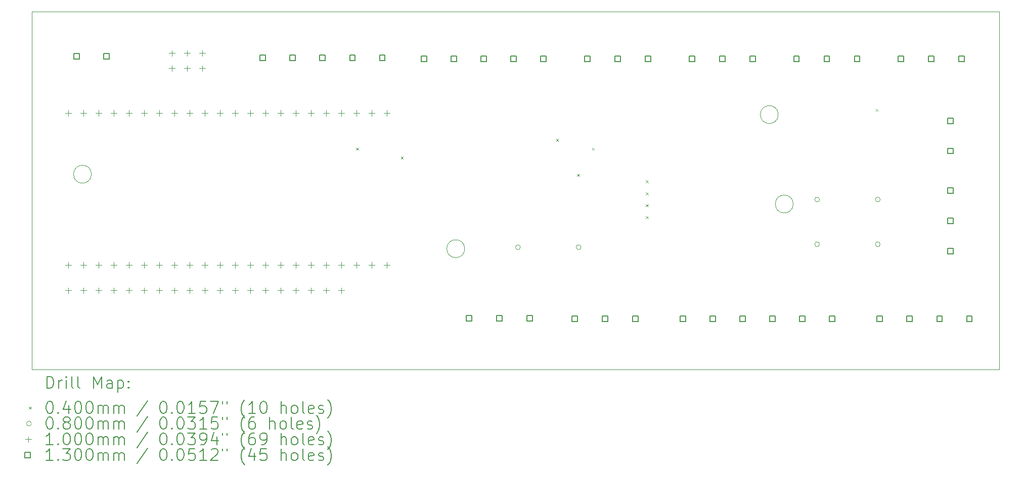
<source format=gbr>
%TF.GenerationSoftware,KiCad,Pcbnew,(6.0.10)*%
%TF.CreationDate,2025-06-24T19:53:20+02:00*%
%TF.ProjectId,esp_shield,6573705f-7368-4696-956c-642e6b696361,1.0*%
%TF.SameCoordinates,Original*%
%TF.FileFunction,Drillmap*%
%TF.FilePolarity,Positive*%
%FSLAX45Y45*%
G04 Gerber Fmt 4.5, Leading zero omitted, Abs format (unit mm)*
G04 Created by KiCad (PCBNEW (6.0.10)) date 2025-06-24 19:53:20*
%MOMM*%
%LPD*%
G01*
G04 APERTURE LIST*
%ADD10C,0.100000*%
%ADD11C,0.200000*%
%ADD12C,0.040000*%
%ADD13C,0.080000*%
%ADD14C,0.130000*%
G04 APERTURE END LIST*
D10*
X15550000Y-10975000D02*
G75*
G03*
X15550000Y-10975000I-150000J0D01*
G01*
X21050000Y-10225000D02*
G75*
G03*
X21050000Y-10225000I-150000J0D01*
G01*
X20800000Y-8725000D02*
G75*
G03*
X20800000Y-8725000I-150000J0D01*
G01*
X9300000Y-9725000D02*
G75*
G03*
X9300000Y-9725000I-150000J0D01*
G01*
X8300000Y-13000000D02*
X14500000Y-13000000D01*
X14500000Y-7000000D02*
X8300000Y-7000000D01*
X14500000Y-7000000D02*
X24500000Y-7000000D01*
X8300000Y-13000000D02*
X8300000Y-7000000D01*
X24500000Y-13000000D02*
X14500000Y-13000000D01*
X24500000Y-7000000D02*
X24500000Y-13000000D01*
D11*
D12*
X13730000Y-9280000D02*
X13770000Y-9320000D01*
X13770000Y-9280000D02*
X13730000Y-9320000D01*
X14480000Y-9430000D02*
X14520000Y-9470000D01*
X14520000Y-9430000D02*
X14480000Y-9470000D01*
X17080000Y-9130000D02*
X17120000Y-9170000D01*
X17120000Y-9130000D02*
X17080000Y-9170000D01*
X17430000Y-9722000D02*
X17470000Y-9762000D01*
X17470000Y-9722000D02*
X17430000Y-9762000D01*
X17680000Y-9280000D02*
X17720000Y-9320000D01*
X17720000Y-9280000D02*
X17680000Y-9320000D01*
X18580000Y-9830000D02*
X18620000Y-9870000D01*
X18620000Y-9830000D02*
X18580000Y-9870000D01*
X18580000Y-10030000D02*
X18620000Y-10070000D01*
X18620000Y-10030000D02*
X18580000Y-10070000D01*
X18580000Y-10230000D02*
X18620000Y-10270000D01*
X18620000Y-10230000D02*
X18580000Y-10270000D01*
X18580000Y-10430000D02*
X18620000Y-10470000D01*
X18620000Y-10430000D02*
X18580000Y-10470000D01*
X22430000Y-8630000D02*
X22470000Y-8670000D01*
X22470000Y-8630000D02*
X22430000Y-8670000D01*
D13*
X16482000Y-10950000D02*
G75*
G03*
X16482000Y-10950000I-40000J0D01*
G01*
X17498000Y-10950000D02*
G75*
G03*
X17498000Y-10950000I-40000J0D01*
G01*
X21490000Y-10150000D02*
G75*
G03*
X21490000Y-10150000I-40000J0D01*
G01*
X21490000Y-10900000D02*
G75*
G03*
X21490000Y-10900000I-40000J0D01*
G01*
X22506000Y-10150000D02*
G75*
G03*
X22506000Y-10150000I-40000J0D01*
G01*
X22506000Y-10900000D02*
G75*
G03*
X22506000Y-10900000I-40000J0D01*
G01*
D10*
X8913000Y-11200000D02*
X8913000Y-11300000D01*
X8863000Y-11250000D02*
X8963000Y-11250000D01*
X8914000Y-8650000D02*
X8914000Y-8750000D01*
X8864000Y-8700000D02*
X8964000Y-8700000D01*
X8915000Y-11625000D02*
X8915000Y-11725000D01*
X8865000Y-11675000D02*
X8965000Y-11675000D01*
X9167000Y-11200000D02*
X9167000Y-11300000D01*
X9117000Y-11250000D02*
X9217000Y-11250000D01*
X9168000Y-8650000D02*
X9168000Y-8750000D01*
X9118000Y-8700000D02*
X9218000Y-8700000D01*
X9169000Y-11625000D02*
X9169000Y-11725000D01*
X9119000Y-11675000D02*
X9219000Y-11675000D01*
X9421000Y-11200000D02*
X9421000Y-11300000D01*
X9371000Y-11250000D02*
X9471000Y-11250000D01*
X9422000Y-8650000D02*
X9422000Y-8750000D01*
X9372000Y-8700000D02*
X9472000Y-8700000D01*
X9423000Y-11625000D02*
X9423000Y-11725000D01*
X9373000Y-11675000D02*
X9473000Y-11675000D01*
X9675000Y-11200000D02*
X9675000Y-11300000D01*
X9625000Y-11250000D02*
X9725000Y-11250000D01*
X9676000Y-8650000D02*
X9676000Y-8750000D01*
X9626000Y-8700000D02*
X9726000Y-8700000D01*
X9677000Y-11625000D02*
X9677000Y-11725000D01*
X9627000Y-11675000D02*
X9727000Y-11675000D01*
X9929000Y-11200000D02*
X9929000Y-11300000D01*
X9879000Y-11250000D02*
X9979000Y-11250000D01*
X9930000Y-8650000D02*
X9930000Y-8750000D01*
X9880000Y-8700000D02*
X9980000Y-8700000D01*
X9931000Y-11625000D02*
X9931000Y-11725000D01*
X9881000Y-11675000D02*
X9981000Y-11675000D01*
X10183000Y-11200000D02*
X10183000Y-11300000D01*
X10133000Y-11250000D02*
X10233000Y-11250000D01*
X10184000Y-8650000D02*
X10184000Y-8750000D01*
X10134000Y-8700000D02*
X10234000Y-8700000D01*
X10185000Y-11625000D02*
X10185000Y-11725000D01*
X10135000Y-11675000D02*
X10235000Y-11675000D01*
X10437000Y-11200000D02*
X10437000Y-11300000D01*
X10387000Y-11250000D02*
X10487000Y-11250000D01*
X10438000Y-8650000D02*
X10438000Y-8750000D01*
X10388000Y-8700000D02*
X10488000Y-8700000D01*
X10439000Y-11625000D02*
X10439000Y-11725000D01*
X10389000Y-11675000D02*
X10489000Y-11675000D01*
X10650000Y-7646000D02*
X10650000Y-7746000D01*
X10600000Y-7696000D02*
X10700000Y-7696000D01*
X10650000Y-7900000D02*
X10650000Y-8000000D01*
X10600000Y-7950000D02*
X10700000Y-7950000D01*
X10691000Y-11200000D02*
X10691000Y-11300000D01*
X10641000Y-11250000D02*
X10741000Y-11250000D01*
X10692000Y-8650000D02*
X10692000Y-8750000D01*
X10642000Y-8700000D02*
X10742000Y-8700000D01*
X10693000Y-11625000D02*
X10693000Y-11725000D01*
X10643000Y-11675000D02*
X10743000Y-11675000D01*
X10904000Y-7646000D02*
X10904000Y-7746000D01*
X10854000Y-7696000D02*
X10954000Y-7696000D01*
X10904000Y-7900000D02*
X10904000Y-8000000D01*
X10854000Y-7950000D02*
X10954000Y-7950000D01*
X10945000Y-11200000D02*
X10945000Y-11300000D01*
X10895000Y-11250000D02*
X10995000Y-11250000D01*
X10946000Y-8650000D02*
X10946000Y-8750000D01*
X10896000Y-8700000D02*
X10996000Y-8700000D01*
X10947000Y-11625000D02*
X10947000Y-11725000D01*
X10897000Y-11675000D02*
X10997000Y-11675000D01*
X11158000Y-7646000D02*
X11158000Y-7746000D01*
X11108000Y-7696000D02*
X11208000Y-7696000D01*
X11158000Y-7900000D02*
X11158000Y-8000000D01*
X11108000Y-7950000D02*
X11208000Y-7950000D01*
X11199000Y-11200000D02*
X11199000Y-11300000D01*
X11149000Y-11250000D02*
X11249000Y-11250000D01*
X11200000Y-8650000D02*
X11200000Y-8750000D01*
X11150000Y-8700000D02*
X11250000Y-8700000D01*
X11201000Y-11625000D02*
X11201000Y-11725000D01*
X11151000Y-11675000D02*
X11251000Y-11675000D01*
X11453000Y-11200000D02*
X11453000Y-11300000D01*
X11403000Y-11250000D02*
X11503000Y-11250000D01*
X11454000Y-8650000D02*
X11454000Y-8750000D01*
X11404000Y-8700000D02*
X11504000Y-8700000D01*
X11455000Y-11625000D02*
X11455000Y-11725000D01*
X11405000Y-11675000D02*
X11505000Y-11675000D01*
X11707000Y-11200000D02*
X11707000Y-11300000D01*
X11657000Y-11250000D02*
X11757000Y-11250000D01*
X11708000Y-8650000D02*
X11708000Y-8750000D01*
X11658000Y-8700000D02*
X11758000Y-8700000D01*
X11709000Y-11625000D02*
X11709000Y-11725000D01*
X11659000Y-11675000D02*
X11759000Y-11675000D01*
X11961000Y-11200000D02*
X11961000Y-11300000D01*
X11911000Y-11250000D02*
X12011000Y-11250000D01*
X11962000Y-8650000D02*
X11962000Y-8750000D01*
X11912000Y-8700000D02*
X12012000Y-8700000D01*
X11963000Y-11625000D02*
X11963000Y-11725000D01*
X11913000Y-11675000D02*
X12013000Y-11675000D01*
X12215000Y-11200000D02*
X12215000Y-11300000D01*
X12165000Y-11250000D02*
X12265000Y-11250000D01*
X12216000Y-8650000D02*
X12216000Y-8750000D01*
X12166000Y-8700000D02*
X12266000Y-8700000D01*
X12217000Y-11625000D02*
X12217000Y-11725000D01*
X12167000Y-11675000D02*
X12267000Y-11675000D01*
X12469000Y-11200000D02*
X12469000Y-11300000D01*
X12419000Y-11250000D02*
X12519000Y-11250000D01*
X12470000Y-8650000D02*
X12470000Y-8750000D01*
X12420000Y-8700000D02*
X12520000Y-8700000D01*
X12471000Y-11625000D02*
X12471000Y-11725000D01*
X12421000Y-11675000D02*
X12521000Y-11675000D01*
X12723000Y-11200000D02*
X12723000Y-11300000D01*
X12673000Y-11250000D02*
X12773000Y-11250000D01*
X12724000Y-8650000D02*
X12724000Y-8750000D01*
X12674000Y-8700000D02*
X12774000Y-8700000D01*
X12725000Y-11625000D02*
X12725000Y-11725000D01*
X12675000Y-11675000D02*
X12775000Y-11675000D01*
X12977000Y-11200000D02*
X12977000Y-11300000D01*
X12927000Y-11250000D02*
X13027000Y-11250000D01*
X12978000Y-8650000D02*
X12978000Y-8750000D01*
X12928000Y-8700000D02*
X13028000Y-8700000D01*
X12979000Y-11625000D02*
X12979000Y-11725000D01*
X12929000Y-11675000D02*
X13029000Y-11675000D01*
X13231000Y-11200000D02*
X13231000Y-11300000D01*
X13181000Y-11250000D02*
X13281000Y-11250000D01*
X13232000Y-8650000D02*
X13232000Y-8750000D01*
X13182000Y-8700000D02*
X13282000Y-8700000D01*
X13233000Y-11625000D02*
X13233000Y-11725000D01*
X13183000Y-11675000D02*
X13283000Y-11675000D01*
X13485000Y-11200000D02*
X13485000Y-11300000D01*
X13435000Y-11250000D02*
X13535000Y-11250000D01*
X13486000Y-8650000D02*
X13486000Y-8750000D01*
X13436000Y-8700000D02*
X13536000Y-8700000D01*
X13487000Y-11625000D02*
X13487000Y-11725000D01*
X13437000Y-11675000D02*
X13537000Y-11675000D01*
X13739000Y-11200000D02*
X13739000Y-11300000D01*
X13689000Y-11250000D02*
X13789000Y-11250000D01*
X13740000Y-8650000D02*
X13740000Y-8750000D01*
X13690000Y-8700000D02*
X13790000Y-8700000D01*
X13993000Y-11200000D02*
X13993000Y-11300000D01*
X13943000Y-11250000D02*
X14043000Y-11250000D01*
X13994000Y-8650000D02*
X13994000Y-8750000D01*
X13944000Y-8700000D02*
X14044000Y-8700000D01*
X14247000Y-11200000D02*
X14247000Y-11300000D01*
X14197000Y-11250000D02*
X14297000Y-11250000D01*
X14248000Y-8650000D02*
X14248000Y-8750000D01*
X14198000Y-8700000D02*
X14298000Y-8700000D01*
D14*
X9095962Y-7795962D02*
X9095962Y-7704038D01*
X9004038Y-7704038D01*
X9004038Y-7795962D01*
X9095962Y-7795962D01*
X9595962Y-7795962D02*
X9595962Y-7704038D01*
X9504038Y-7704038D01*
X9504038Y-7795962D01*
X9595962Y-7795962D01*
X12216062Y-7815462D02*
X12216062Y-7723538D01*
X12124138Y-7723538D01*
X12124138Y-7815462D01*
X12216062Y-7815462D01*
X12716062Y-7815462D02*
X12716062Y-7723538D01*
X12624138Y-7723538D01*
X12624138Y-7815462D01*
X12716062Y-7815462D01*
X13216062Y-7815462D02*
X13216062Y-7723538D01*
X13124138Y-7723538D01*
X13124138Y-7815462D01*
X13216062Y-7815462D01*
X13716062Y-7815462D02*
X13716062Y-7723538D01*
X13624138Y-7723538D01*
X13624138Y-7815462D01*
X13716062Y-7815462D01*
X14216062Y-7815462D02*
X14216062Y-7723538D01*
X14124138Y-7723538D01*
X14124138Y-7815462D01*
X14216062Y-7815462D01*
X14916062Y-7832562D02*
X14916062Y-7740638D01*
X14824138Y-7740638D01*
X14824138Y-7832562D01*
X14916062Y-7832562D01*
X15416062Y-7832562D02*
X15416062Y-7740638D01*
X15324138Y-7740638D01*
X15324138Y-7832562D01*
X15416062Y-7832562D01*
X15668262Y-12188662D02*
X15668262Y-12096738D01*
X15576338Y-12096738D01*
X15576338Y-12188662D01*
X15668262Y-12188662D01*
X15916062Y-7832562D02*
X15916062Y-7740638D01*
X15824138Y-7740638D01*
X15824138Y-7832562D01*
X15916062Y-7832562D01*
X16176262Y-12188662D02*
X16176262Y-12096738D01*
X16084338Y-12096738D01*
X16084338Y-12188662D01*
X16176262Y-12188662D01*
X16416062Y-7832562D02*
X16416062Y-7740638D01*
X16324138Y-7740638D01*
X16324138Y-7832562D01*
X16416062Y-7832562D01*
X16684262Y-12188662D02*
X16684262Y-12096738D01*
X16592338Y-12096738D01*
X16592338Y-12188662D01*
X16684262Y-12188662D01*
X16916062Y-7832562D02*
X16916062Y-7740638D01*
X16824138Y-7740638D01*
X16824138Y-7832562D01*
X16916062Y-7832562D01*
X17437462Y-12195962D02*
X17437462Y-12104038D01*
X17345538Y-12104038D01*
X17345538Y-12195962D01*
X17437462Y-12195962D01*
X17650062Y-7834962D02*
X17650062Y-7743038D01*
X17558138Y-7743038D01*
X17558138Y-7834962D01*
X17650062Y-7834962D01*
X17945462Y-12195962D02*
X17945462Y-12104038D01*
X17853538Y-12104038D01*
X17853538Y-12195962D01*
X17945462Y-12195962D01*
X18158062Y-7834962D02*
X18158062Y-7743038D01*
X18066138Y-7743038D01*
X18066138Y-7834962D01*
X18158062Y-7834962D01*
X18453462Y-12195962D02*
X18453462Y-12104038D01*
X18361538Y-12104038D01*
X18361538Y-12195962D01*
X18453462Y-12195962D01*
X18666062Y-7834962D02*
X18666062Y-7743038D01*
X18574138Y-7743038D01*
X18574138Y-7834962D01*
X18666062Y-7834962D01*
X19245962Y-12195962D02*
X19245962Y-12104038D01*
X19154038Y-12104038D01*
X19154038Y-12195962D01*
X19245962Y-12195962D01*
X19400062Y-7834962D02*
X19400062Y-7743038D01*
X19308138Y-7743038D01*
X19308138Y-7834962D01*
X19400062Y-7834962D01*
X19745962Y-12195962D02*
X19745962Y-12104038D01*
X19654038Y-12104038D01*
X19654038Y-12195962D01*
X19745962Y-12195962D01*
X19908062Y-7834962D02*
X19908062Y-7743038D01*
X19816138Y-7743038D01*
X19816138Y-7834962D01*
X19908062Y-7834962D01*
X20245962Y-12195962D02*
X20245962Y-12104038D01*
X20154038Y-12104038D01*
X20154038Y-12195962D01*
X20245962Y-12195962D01*
X20416062Y-7834962D02*
X20416062Y-7743038D01*
X20324138Y-7743038D01*
X20324138Y-7834962D01*
X20416062Y-7834962D01*
X20745962Y-12195962D02*
X20745962Y-12104038D01*
X20654038Y-12104038D01*
X20654038Y-12195962D01*
X20745962Y-12195962D01*
X21150062Y-7834962D02*
X21150062Y-7743038D01*
X21058138Y-7743038D01*
X21058138Y-7834962D01*
X21150062Y-7834962D01*
X21245962Y-12195962D02*
X21245962Y-12104038D01*
X21154038Y-12104038D01*
X21154038Y-12195962D01*
X21245962Y-12195962D01*
X21658062Y-7834962D02*
X21658062Y-7743038D01*
X21566138Y-7743038D01*
X21566138Y-7834962D01*
X21658062Y-7834962D01*
X21745962Y-12195962D02*
X21745962Y-12104038D01*
X21654038Y-12104038D01*
X21654038Y-12195962D01*
X21745962Y-12195962D01*
X22166062Y-7834962D02*
X22166062Y-7743038D01*
X22074138Y-7743038D01*
X22074138Y-7834962D01*
X22166062Y-7834962D01*
X22545962Y-12195962D02*
X22545962Y-12104038D01*
X22454038Y-12104038D01*
X22454038Y-12195962D01*
X22545962Y-12195962D01*
X22900062Y-7834962D02*
X22900062Y-7743038D01*
X22808138Y-7743038D01*
X22808138Y-7834962D01*
X22900062Y-7834962D01*
X23045962Y-12195962D02*
X23045962Y-12104038D01*
X22954038Y-12104038D01*
X22954038Y-12195962D01*
X23045962Y-12195962D01*
X23408062Y-7834962D02*
X23408062Y-7743038D01*
X23316138Y-7743038D01*
X23316138Y-7834962D01*
X23408062Y-7834962D01*
X23545962Y-12195962D02*
X23545962Y-12104038D01*
X23454038Y-12104038D01*
X23454038Y-12195962D01*
X23545962Y-12195962D01*
X23727662Y-8880112D02*
X23727662Y-8788188D01*
X23635738Y-8788188D01*
X23635738Y-8880112D01*
X23727662Y-8880112D01*
X23727662Y-9380112D02*
X23727662Y-9288188D01*
X23635738Y-9288188D01*
X23635738Y-9380112D01*
X23727662Y-9380112D01*
X23727662Y-10048262D02*
X23727662Y-9956338D01*
X23635738Y-9956338D01*
X23635738Y-10048262D01*
X23727662Y-10048262D01*
X23727662Y-10556262D02*
X23727662Y-10464338D01*
X23635738Y-10464338D01*
X23635738Y-10556262D01*
X23727662Y-10556262D01*
X23727662Y-11064262D02*
X23727662Y-10972338D01*
X23635738Y-10972338D01*
X23635738Y-11064262D01*
X23727662Y-11064262D01*
X23916062Y-7834962D02*
X23916062Y-7743038D01*
X23824138Y-7743038D01*
X23824138Y-7834962D01*
X23916062Y-7834962D01*
X24045962Y-12195962D02*
X24045962Y-12104038D01*
X23954038Y-12104038D01*
X23954038Y-12195962D01*
X24045962Y-12195962D01*
D11*
X8552619Y-13315476D02*
X8552619Y-13115476D01*
X8600238Y-13115476D01*
X8628810Y-13125000D01*
X8647857Y-13144048D01*
X8657381Y-13163095D01*
X8666905Y-13201190D01*
X8666905Y-13229762D01*
X8657381Y-13267857D01*
X8647857Y-13286905D01*
X8628810Y-13305952D01*
X8600238Y-13315476D01*
X8552619Y-13315476D01*
X8752619Y-13315476D02*
X8752619Y-13182143D01*
X8752619Y-13220238D02*
X8762143Y-13201190D01*
X8771667Y-13191667D01*
X8790714Y-13182143D01*
X8809762Y-13182143D01*
X8876429Y-13315476D02*
X8876429Y-13182143D01*
X8876429Y-13115476D02*
X8866905Y-13125000D01*
X8876429Y-13134524D01*
X8885952Y-13125000D01*
X8876429Y-13115476D01*
X8876429Y-13134524D01*
X9000238Y-13315476D02*
X8981190Y-13305952D01*
X8971667Y-13286905D01*
X8971667Y-13115476D01*
X9105000Y-13315476D02*
X9085952Y-13305952D01*
X9076429Y-13286905D01*
X9076429Y-13115476D01*
X9333571Y-13315476D02*
X9333571Y-13115476D01*
X9400238Y-13258333D01*
X9466905Y-13115476D01*
X9466905Y-13315476D01*
X9647857Y-13315476D02*
X9647857Y-13210714D01*
X9638333Y-13191667D01*
X9619286Y-13182143D01*
X9581190Y-13182143D01*
X9562143Y-13191667D01*
X9647857Y-13305952D02*
X9628810Y-13315476D01*
X9581190Y-13315476D01*
X9562143Y-13305952D01*
X9552619Y-13286905D01*
X9552619Y-13267857D01*
X9562143Y-13248809D01*
X9581190Y-13239286D01*
X9628810Y-13239286D01*
X9647857Y-13229762D01*
X9743095Y-13182143D02*
X9743095Y-13382143D01*
X9743095Y-13191667D02*
X9762143Y-13182143D01*
X9800238Y-13182143D01*
X9819286Y-13191667D01*
X9828810Y-13201190D01*
X9838333Y-13220238D01*
X9838333Y-13277381D01*
X9828810Y-13296428D01*
X9819286Y-13305952D01*
X9800238Y-13315476D01*
X9762143Y-13315476D01*
X9743095Y-13305952D01*
X9924048Y-13296428D02*
X9933571Y-13305952D01*
X9924048Y-13315476D01*
X9914524Y-13305952D01*
X9924048Y-13296428D01*
X9924048Y-13315476D01*
X9924048Y-13191667D02*
X9933571Y-13201190D01*
X9924048Y-13210714D01*
X9914524Y-13201190D01*
X9924048Y-13191667D01*
X9924048Y-13210714D01*
D12*
X8255000Y-13625000D02*
X8295000Y-13665000D01*
X8295000Y-13625000D02*
X8255000Y-13665000D01*
D11*
X8590714Y-13535476D02*
X8609762Y-13535476D01*
X8628810Y-13545000D01*
X8638333Y-13554524D01*
X8647857Y-13573571D01*
X8657381Y-13611667D01*
X8657381Y-13659286D01*
X8647857Y-13697381D01*
X8638333Y-13716428D01*
X8628810Y-13725952D01*
X8609762Y-13735476D01*
X8590714Y-13735476D01*
X8571667Y-13725952D01*
X8562143Y-13716428D01*
X8552619Y-13697381D01*
X8543095Y-13659286D01*
X8543095Y-13611667D01*
X8552619Y-13573571D01*
X8562143Y-13554524D01*
X8571667Y-13545000D01*
X8590714Y-13535476D01*
X8743095Y-13716428D02*
X8752619Y-13725952D01*
X8743095Y-13735476D01*
X8733571Y-13725952D01*
X8743095Y-13716428D01*
X8743095Y-13735476D01*
X8924048Y-13602143D02*
X8924048Y-13735476D01*
X8876429Y-13525952D02*
X8828810Y-13668809D01*
X8952619Y-13668809D01*
X9066905Y-13535476D02*
X9085952Y-13535476D01*
X9105000Y-13545000D01*
X9114524Y-13554524D01*
X9124048Y-13573571D01*
X9133571Y-13611667D01*
X9133571Y-13659286D01*
X9124048Y-13697381D01*
X9114524Y-13716428D01*
X9105000Y-13725952D01*
X9085952Y-13735476D01*
X9066905Y-13735476D01*
X9047857Y-13725952D01*
X9038333Y-13716428D01*
X9028810Y-13697381D01*
X9019286Y-13659286D01*
X9019286Y-13611667D01*
X9028810Y-13573571D01*
X9038333Y-13554524D01*
X9047857Y-13545000D01*
X9066905Y-13535476D01*
X9257381Y-13535476D02*
X9276429Y-13535476D01*
X9295476Y-13545000D01*
X9305000Y-13554524D01*
X9314524Y-13573571D01*
X9324048Y-13611667D01*
X9324048Y-13659286D01*
X9314524Y-13697381D01*
X9305000Y-13716428D01*
X9295476Y-13725952D01*
X9276429Y-13735476D01*
X9257381Y-13735476D01*
X9238333Y-13725952D01*
X9228810Y-13716428D01*
X9219286Y-13697381D01*
X9209762Y-13659286D01*
X9209762Y-13611667D01*
X9219286Y-13573571D01*
X9228810Y-13554524D01*
X9238333Y-13545000D01*
X9257381Y-13535476D01*
X9409762Y-13735476D02*
X9409762Y-13602143D01*
X9409762Y-13621190D02*
X9419286Y-13611667D01*
X9438333Y-13602143D01*
X9466905Y-13602143D01*
X9485952Y-13611667D01*
X9495476Y-13630714D01*
X9495476Y-13735476D01*
X9495476Y-13630714D02*
X9505000Y-13611667D01*
X9524048Y-13602143D01*
X9552619Y-13602143D01*
X9571667Y-13611667D01*
X9581190Y-13630714D01*
X9581190Y-13735476D01*
X9676429Y-13735476D02*
X9676429Y-13602143D01*
X9676429Y-13621190D02*
X9685952Y-13611667D01*
X9705000Y-13602143D01*
X9733571Y-13602143D01*
X9752619Y-13611667D01*
X9762143Y-13630714D01*
X9762143Y-13735476D01*
X9762143Y-13630714D02*
X9771667Y-13611667D01*
X9790714Y-13602143D01*
X9819286Y-13602143D01*
X9838333Y-13611667D01*
X9847857Y-13630714D01*
X9847857Y-13735476D01*
X10238333Y-13525952D02*
X10066905Y-13783095D01*
X10495476Y-13535476D02*
X10514524Y-13535476D01*
X10533571Y-13545000D01*
X10543095Y-13554524D01*
X10552619Y-13573571D01*
X10562143Y-13611667D01*
X10562143Y-13659286D01*
X10552619Y-13697381D01*
X10543095Y-13716428D01*
X10533571Y-13725952D01*
X10514524Y-13735476D01*
X10495476Y-13735476D01*
X10476429Y-13725952D01*
X10466905Y-13716428D01*
X10457381Y-13697381D01*
X10447857Y-13659286D01*
X10447857Y-13611667D01*
X10457381Y-13573571D01*
X10466905Y-13554524D01*
X10476429Y-13545000D01*
X10495476Y-13535476D01*
X10647857Y-13716428D02*
X10657381Y-13725952D01*
X10647857Y-13735476D01*
X10638333Y-13725952D01*
X10647857Y-13716428D01*
X10647857Y-13735476D01*
X10781190Y-13535476D02*
X10800238Y-13535476D01*
X10819286Y-13545000D01*
X10828810Y-13554524D01*
X10838333Y-13573571D01*
X10847857Y-13611667D01*
X10847857Y-13659286D01*
X10838333Y-13697381D01*
X10828810Y-13716428D01*
X10819286Y-13725952D01*
X10800238Y-13735476D01*
X10781190Y-13735476D01*
X10762143Y-13725952D01*
X10752619Y-13716428D01*
X10743095Y-13697381D01*
X10733571Y-13659286D01*
X10733571Y-13611667D01*
X10743095Y-13573571D01*
X10752619Y-13554524D01*
X10762143Y-13545000D01*
X10781190Y-13535476D01*
X11038333Y-13735476D02*
X10924048Y-13735476D01*
X10981190Y-13735476D02*
X10981190Y-13535476D01*
X10962143Y-13564048D01*
X10943095Y-13583095D01*
X10924048Y-13592619D01*
X11219286Y-13535476D02*
X11124048Y-13535476D01*
X11114524Y-13630714D01*
X11124048Y-13621190D01*
X11143095Y-13611667D01*
X11190714Y-13611667D01*
X11209762Y-13621190D01*
X11219286Y-13630714D01*
X11228809Y-13649762D01*
X11228809Y-13697381D01*
X11219286Y-13716428D01*
X11209762Y-13725952D01*
X11190714Y-13735476D01*
X11143095Y-13735476D01*
X11124048Y-13725952D01*
X11114524Y-13716428D01*
X11295476Y-13535476D02*
X11428809Y-13535476D01*
X11343095Y-13735476D01*
X11495476Y-13535476D02*
X11495476Y-13573571D01*
X11571667Y-13535476D02*
X11571667Y-13573571D01*
X11866905Y-13811667D02*
X11857381Y-13802143D01*
X11838333Y-13773571D01*
X11828809Y-13754524D01*
X11819286Y-13725952D01*
X11809762Y-13678333D01*
X11809762Y-13640238D01*
X11819286Y-13592619D01*
X11828809Y-13564048D01*
X11838333Y-13545000D01*
X11857381Y-13516428D01*
X11866905Y-13506905D01*
X12047857Y-13735476D02*
X11933571Y-13735476D01*
X11990714Y-13735476D02*
X11990714Y-13535476D01*
X11971667Y-13564048D01*
X11952619Y-13583095D01*
X11933571Y-13592619D01*
X12171667Y-13535476D02*
X12190714Y-13535476D01*
X12209762Y-13545000D01*
X12219286Y-13554524D01*
X12228809Y-13573571D01*
X12238333Y-13611667D01*
X12238333Y-13659286D01*
X12228809Y-13697381D01*
X12219286Y-13716428D01*
X12209762Y-13725952D01*
X12190714Y-13735476D01*
X12171667Y-13735476D01*
X12152619Y-13725952D01*
X12143095Y-13716428D01*
X12133571Y-13697381D01*
X12124048Y-13659286D01*
X12124048Y-13611667D01*
X12133571Y-13573571D01*
X12143095Y-13554524D01*
X12152619Y-13545000D01*
X12171667Y-13535476D01*
X12476428Y-13735476D02*
X12476428Y-13535476D01*
X12562143Y-13735476D02*
X12562143Y-13630714D01*
X12552619Y-13611667D01*
X12533571Y-13602143D01*
X12505000Y-13602143D01*
X12485952Y-13611667D01*
X12476428Y-13621190D01*
X12685952Y-13735476D02*
X12666905Y-13725952D01*
X12657381Y-13716428D01*
X12647857Y-13697381D01*
X12647857Y-13640238D01*
X12657381Y-13621190D01*
X12666905Y-13611667D01*
X12685952Y-13602143D01*
X12714524Y-13602143D01*
X12733571Y-13611667D01*
X12743095Y-13621190D01*
X12752619Y-13640238D01*
X12752619Y-13697381D01*
X12743095Y-13716428D01*
X12733571Y-13725952D01*
X12714524Y-13735476D01*
X12685952Y-13735476D01*
X12866905Y-13735476D02*
X12847857Y-13725952D01*
X12838333Y-13706905D01*
X12838333Y-13535476D01*
X13019286Y-13725952D02*
X13000238Y-13735476D01*
X12962143Y-13735476D01*
X12943095Y-13725952D01*
X12933571Y-13706905D01*
X12933571Y-13630714D01*
X12943095Y-13611667D01*
X12962143Y-13602143D01*
X13000238Y-13602143D01*
X13019286Y-13611667D01*
X13028809Y-13630714D01*
X13028809Y-13649762D01*
X12933571Y-13668809D01*
X13105000Y-13725952D02*
X13124048Y-13735476D01*
X13162143Y-13735476D01*
X13181190Y-13725952D01*
X13190714Y-13706905D01*
X13190714Y-13697381D01*
X13181190Y-13678333D01*
X13162143Y-13668809D01*
X13133571Y-13668809D01*
X13114524Y-13659286D01*
X13105000Y-13640238D01*
X13105000Y-13630714D01*
X13114524Y-13611667D01*
X13133571Y-13602143D01*
X13162143Y-13602143D01*
X13181190Y-13611667D01*
X13257381Y-13811667D02*
X13266905Y-13802143D01*
X13285952Y-13773571D01*
X13295476Y-13754524D01*
X13305000Y-13725952D01*
X13314524Y-13678333D01*
X13314524Y-13640238D01*
X13305000Y-13592619D01*
X13295476Y-13564048D01*
X13285952Y-13545000D01*
X13266905Y-13516428D01*
X13257381Y-13506905D01*
D13*
X8295000Y-13909000D02*
G75*
G03*
X8295000Y-13909000I-40000J0D01*
G01*
D11*
X8590714Y-13799476D02*
X8609762Y-13799476D01*
X8628810Y-13809000D01*
X8638333Y-13818524D01*
X8647857Y-13837571D01*
X8657381Y-13875667D01*
X8657381Y-13923286D01*
X8647857Y-13961381D01*
X8638333Y-13980428D01*
X8628810Y-13989952D01*
X8609762Y-13999476D01*
X8590714Y-13999476D01*
X8571667Y-13989952D01*
X8562143Y-13980428D01*
X8552619Y-13961381D01*
X8543095Y-13923286D01*
X8543095Y-13875667D01*
X8552619Y-13837571D01*
X8562143Y-13818524D01*
X8571667Y-13809000D01*
X8590714Y-13799476D01*
X8743095Y-13980428D02*
X8752619Y-13989952D01*
X8743095Y-13999476D01*
X8733571Y-13989952D01*
X8743095Y-13980428D01*
X8743095Y-13999476D01*
X8866905Y-13885190D02*
X8847857Y-13875667D01*
X8838333Y-13866143D01*
X8828810Y-13847095D01*
X8828810Y-13837571D01*
X8838333Y-13818524D01*
X8847857Y-13809000D01*
X8866905Y-13799476D01*
X8905000Y-13799476D01*
X8924048Y-13809000D01*
X8933571Y-13818524D01*
X8943095Y-13837571D01*
X8943095Y-13847095D01*
X8933571Y-13866143D01*
X8924048Y-13875667D01*
X8905000Y-13885190D01*
X8866905Y-13885190D01*
X8847857Y-13894714D01*
X8838333Y-13904238D01*
X8828810Y-13923286D01*
X8828810Y-13961381D01*
X8838333Y-13980428D01*
X8847857Y-13989952D01*
X8866905Y-13999476D01*
X8905000Y-13999476D01*
X8924048Y-13989952D01*
X8933571Y-13980428D01*
X8943095Y-13961381D01*
X8943095Y-13923286D01*
X8933571Y-13904238D01*
X8924048Y-13894714D01*
X8905000Y-13885190D01*
X9066905Y-13799476D02*
X9085952Y-13799476D01*
X9105000Y-13809000D01*
X9114524Y-13818524D01*
X9124048Y-13837571D01*
X9133571Y-13875667D01*
X9133571Y-13923286D01*
X9124048Y-13961381D01*
X9114524Y-13980428D01*
X9105000Y-13989952D01*
X9085952Y-13999476D01*
X9066905Y-13999476D01*
X9047857Y-13989952D01*
X9038333Y-13980428D01*
X9028810Y-13961381D01*
X9019286Y-13923286D01*
X9019286Y-13875667D01*
X9028810Y-13837571D01*
X9038333Y-13818524D01*
X9047857Y-13809000D01*
X9066905Y-13799476D01*
X9257381Y-13799476D02*
X9276429Y-13799476D01*
X9295476Y-13809000D01*
X9305000Y-13818524D01*
X9314524Y-13837571D01*
X9324048Y-13875667D01*
X9324048Y-13923286D01*
X9314524Y-13961381D01*
X9305000Y-13980428D01*
X9295476Y-13989952D01*
X9276429Y-13999476D01*
X9257381Y-13999476D01*
X9238333Y-13989952D01*
X9228810Y-13980428D01*
X9219286Y-13961381D01*
X9209762Y-13923286D01*
X9209762Y-13875667D01*
X9219286Y-13837571D01*
X9228810Y-13818524D01*
X9238333Y-13809000D01*
X9257381Y-13799476D01*
X9409762Y-13999476D02*
X9409762Y-13866143D01*
X9409762Y-13885190D02*
X9419286Y-13875667D01*
X9438333Y-13866143D01*
X9466905Y-13866143D01*
X9485952Y-13875667D01*
X9495476Y-13894714D01*
X9495476Y-13999476D01*
X9495476Y-13894714D02*
X9505000Y-13875667D01*
X9524048Y-13866143D01*
X9552619Y-13866143D01*
X9571667Y-13875667D01*
X9581190Y-13894714D01*
X9581190Y-13999476D01*
X9676429Y-13999476D02*
X9676429Y-13866143D01*
X9676429Y-13885190D02*
X9685952Y-13875667D01*
X9705000Y-13866143D01*
X9733571Y-13866143D01*
X9752619Y-13875667D01*
X9762143Y-13894714D01*
X9762143Y-13999476D01*
X9762143Y-13894714D02*
X9771667Y-13875667D01*
X9790714Y-13866143D01*
X9819286Y-13866143D01*
X9838333Y-13875667D01*
X9847857Y-13894714D01*
X9847857Y-13999476D01*
X10238333Y-13789952D02*
X10066905Y-14047095D01*
X10495476Y-13799476D02*
X10514524Y-13799476D01*
X10533571Y-13809000D01*
X10543095Y-13818524D01*
X10552619Y-13837571D01*
X10562143Y-13875667D01*
X10562143Y-13923286D01*
X10552619Y-13961381D01*
X10543095Y-13980428D01*
X10533571Y-13989952D01*
X10514524Y-13999476D01*
X10495476Y-13999476D01*
X10476429Y-13989952D01*
X10466905Y-13980428D01*
X10457381Y-13961381D01*
X10447857Y-13923286D01*
X10447857Y-13875667D01*
X10457381Y-13837571D01*
X10466905Y-13818524D01*
X10476429Y-13809000D01*
X10495476Y-13799476D01*
X10647857Y-13980428D02*
X10657381Y-13989952D01*
X10647857Y-13999476D01*
X10638333Y-13989952D01*
X10647857Y-13980428D01*
X10647857Y-13999476D01*
X10781190Y-13799476D02*
X10800238Y-13799476D01*
X10819286Y-13809000D01*
X10828810Y-13818524D01*
X10838333Y-13837571D01*
X10847857Y-13875667D01*
X10847857Y-13923286D01*
X10838333Y-13961381D01*
X10828810Y-13980428D01*
X10819286Y-13989952D01*
X10800238Y-13999476D01*
X10781190Y-13999476D01*
X10762143Y-13989952D01*
X10752619Y-13980428D01*
X10743095Y-13961381D01*
X10733571Y-13923286D01*
X10733571Y-13875667D01*
X10743095Y-13837571D01*
X10752619Y-13818524D01*
X10762143Y-13809000D01*
X10781190Y-13799476D01*
X10914524Y-13799476D02*
X11038333Y-13799476D01*
X10971667Y-13875667D01*
X11000238Y-13875667D01*
X11019286Y-13885190D01*
X11028810Y-13894714D01*
X11038333Y-13913762D01*
X11038333Y-13961381D01*
X11028810Y-13980428D01*
X11019286Y-13989952D01*
X11000238Y-13999476D01*
X10943095Y-13999476D01*
X10924048Y-13989952D01*
X10914524Y-13980428D01*
X11228809Y-13999476D02*
X11114524Y-13999476D01*
X11171667Y-13999476D02*
X11171667Y-13799476D01*
X11152619Y-13828048D01*
X11133571Y-13847095D01*
X11114524Y-13856619D01*
X11409762Y-13799476D02*
X11314524Y-13799476D01*
X11305000Y-13894714D01*
X11314524Y-13885190D01*
X11333571Y-13875667D01*
X11381190Y-13875667D01*
X11400238Y-13885190D01*
X11409762Y-13894714D01*
X11419286Y-13913762D01*
X11419286Y-13961381D01*
X11409762Y-13980428D01*
X11400238Y-13989952D01*
X11381190Y-13999476D01*
X11333571Y-13999476D01*
X11314524Y-13989952D01*
X11305000Y-13980428D01*
X11495476Y-13799476D02*
X11495476Y-13837571D01*
X11571667Y-13799476D02*
X11571667Y-13837571D01*
X11866905Y-14075667D02*
X11857381Y-14066143D01*
X11838333Y-14037571D01*
X11828809Y-14018524D01*
X11819286Y-13989952D01*
X11809762Y-13942333D01*
X11809762Y-13904238D01*
X11819286Y-13856619D01*
X11828809Y-13828048D01*
X11838333Y-13809000D01*
X11857381Y-13780428D01*
X11866905Y-13770905D01*
X12028809Y-13799476D02*
X11990714Y-13799476D01*
X11971667Y-13809000D01*
X11962143Y-13818524D01*
X11943095Y-13847095D01*
X11933571Y-13885190D01*
X11933571Y-13961381D01*
X11943095Y-13980428D01*
X11952619Y-13989952D01*
X11971667Y-13999476D01*
X12009762Y-13999476D01*
X12028809Y-13989952D01*
X12038333Y-13980428D01*
X12047857Y-13961381D01*
X12047857Y-13913762D01*
X12038333Y-13894714D01*
X12028809Y-13885190D01*
X12009762Y-13875667D01*
X11971667Y-13875667D01*
X11952619Y-13885190D01*
X11943095Y-13894714D01*
X11933571Y-13913762D01*
X12285952Y-13999476D02*
X12285952Y-13799476D01*
X12371667Y-13999476D02*
X12371667Y-13894714D01*
X12362143Y-13875667D01*
X12343095Y-13866143D01*
X12314524Y-13866143D01*
X12295476Y-13875667D01*
X12285952Y-13885190D01*
X12495476Y-13999476D02*
X12476428Y-13989952D01*
X12466905Y-13980428D01*
X12457381Y-13961381D01*
X12457381Y-13904238D01*
X12466905Y-13885190D01*
X12476428Y-13875667D01*
X12495476Y-13866143D01*
X12524048Y-13866143D01*
X12543095Y-13875667D01*
X12552619Y-13885190D01*
X12562143Y-13904238D01*
X12562143Y-13961381D01*
X12552619Y-13980428D01*
X12543095Y-13989952D01*
X12524048Y-13999476D01*
X12495476Y-13999476D01*
X12676428Y-13999476D02*
X12657381Y-13989952D01*
X12647857Y-13970905D01*
X12647857Y-13799476D01*
X12828809Y-13989952D02*
X12809762Y-13999476D01*
X12771667Y-13999476D01*
X12752619Y-13989952D01*
X12743095Y-13970905D01*
X12743095Y-13894714D01*
X12752619Y-13875667D01*
X12771667Y-13866143D01*
X12809762Y-13866143D01*
X12828809Y-13875667D01*
X12838333Y-13894714D01*
X12838333Y-13913762D01*
X12743095Y-13932809D01*
X12914524Y-13989952D02*
X12933571Y-13999476D01*
X12971667Y-13999476D01*
X12990714Y-13989952D01*
X13000238Y-13970905D01*
X13000238Y-13961381D01*
X12990714Y-13942333D01*
X12971667Y-13932809D01*
X12943095Y-13932809D01*
X12924048Y-13923286D01*
X12914524Y-13904238D01*
X12914524Y-13894714D01*
X12924048Y-13875667D01*
X12943095Y-13866143D01*
X12971667Y-13866143D01*
X12990714Y-13875667D01*
X13066905Y-14075667D02*
X13076428Y-14066143D01*
X13095476Y-14037571D01*
X13105000Y-14018524D01*
X13114524Y-13989952D01*
X13124048Y-13942333D01*
X13124048Y-13904238D01*
X13114524Y-13856619D01*
X13105000Y-13828048D01*
X13095476Y-13809000D01*
X13076428Y-13780428D01*
X13066905Y-13770905D01*
D10*
X8245000Y-14123000D02*
X8245000Y-14223000D01*
X8195000Y-14173000D02*
X8295000Y-14173000D01*
D11*
X8657381Y-14263476D02*
X8543095Y-14263476D01*
X8600238Y-14263476D02*
X8600238Y-14063476D01*
X8581190Y-14092048D01*
X8562143Y-14111095D01*
X8543095Y-14120619D01*
X8743095Y-14244428D02*
X8752619Y-14253952D01*
X8743095Y-14263476D01*
X8733571Y-14253952D01*
X8743095Y-14244428D01*
X8743095Y-14263476D01*
X8876429Y-14063476D02*
X8895476Y-14063476D01*
X8914524Y-14073000D01*
X8924048Y-14082524D01*
X8933571Y-14101571D01*
X8943095Y-14139667D01*
X8943095Y-14187286D01*
X8933571Y-14225381D01*
X8924048Y-14244428D01*
X8914524Y-14253952D01*
X8895476Y-14263476D01*
X8876429Y-14263476D01*
X8857381Y-14253952D01*
X8847857Y-14244428D01*
X8838333Y-14225381D01*
X8828810Y-14187286D01*
X8828810Y-14139667D01*
X8838333Y-14101571D01*
X8847857Y-14082524D01*
X8857381Y-14073000D01*
X8876429Y-14063476D01*
X9066905Y-14063476D02*
X9085952Y-14063476D01*
X9105000Y-14073000D01*
X9114524Y-14082524D01*
X9124048Y-14101571D01*
X9133571Y-14139667D01*
X9133571Y-14187286D01*
X9124048Y-14225381D01*
X9114524Y-14244428D01*
X9105000Y-14253952D01*
X9085952Y-14263476D01*
X9066905Y-14263476D01*
X9047857Y-14253952D01*
X9038333Y-14244428D01*
X9028810Y-14225381D01*
X9019286Y-14187286D01*
X9019286Y-14139667D01*
X9028810Y-14101571D01*
X9038333Y-14082524D01*
X9047857Y-14073000D01*
X9066905Y-14063476D01*
X9257381Y-14063476D02*
X9276429Y-14063476D01*
X9295476Y-14073000D01*
X9305000Y-14082524D01*
X9314524Y-14101571D01*
X9324048Y-14139667D01*
X9324048Y-14187286D01*
X9314524Y-14225381D01*
X9305000Y-14244428D01*
X9295476Y-14253952D01*
X9276429Y-14263476D01*
X9257381Y-14263476D01*
X9238333Y-14253952D01*
X9228810Y-14244428D01*
X9219286Y-14225381D01*
X9209762Y-14187286D01*
X9209762Y-14139667D01*
X9219286Y-14101571D01*
X9228810Y-14082524D01*
X9238333Y-14073000D01*
X9257381Y-14063476D01*
X9409762Y-14263476D02*
X9409762Y-14130143D01*
X9409762Y-14149190D02*
X9419286Y-14139667D01*
X9438333Y-14130143D01*
X9466905Y-14130143D01*
X9485952Y-14139667D01*
X9495476Y-14158714D01*
X9495476Y-14263476D01*
X9495476Y-14158714D02*
X9505000Y-14139667D01*
X9524048Y-14130143D01*
X9552619Y-14130143D01*
X9571667Y-14139667D01*
X9581190Y-14158714D01*
X9581190Y-14263476D01*
X9676429Y-14263476D02*
X9676429Y-14130143D01*
X9676429Y-14149190D02*
X9685952Y-14139667D01*
X9705000Y-14130143D01*
X9733571Y-14130143D01*
X9752619Y-14139667D01*
X9762143Y-14158714D01*
X9762143Y-14263476D01*
X9762143Y-14158714D02*
X9771667Y-14139667D01*
X9790714Y-14130143D01*
X9819286Y-14130143D01*
X9838333Y-14139667D01*
X9847857Y-14158714D01*
X9847857Y-14263476D01*
X10238333Y-14053952D02*
X10066905Y-14311095D01*
X10495476Y-14063476D02*
X10514524Y-14063476D01*
X10533571Y-14073000D01*
X10543095Y-14082524D01*
X10552619Y-14101571D01*
X10562143Y-14139667D01*
X10562143Y-14187286D01*
X10552619Y-14225381D01*
X10543095Y-14244428D01*
X10533571Y-14253952D01*
X10514524Y-14263476D01*
X10495476Y-14263476D01*
X10476429Y-14253952D01*
X10466905Y-14244428D01*
X10457381Y-14225381D01*
X10447857Y-14187286D01*
X10447857Y-14139667D01*
X10457381Y-14101571D01*
X10466905Y-14082524D01*
X10476429Y-14073000D01*
X10495476Y-14063476D01*
X10647857Y-14244428D02*
X10657381Y-14253952D01*
X10647857Y-14263476D01*
X10638333Y-14253952D01*
X10647857Y-14244428D01*
X10647857Y-14263476D01*
X10781190Y-14063476D02*
X10800238Y-14063476D01*
X10819286Y-14073000D01*
X10828810Y-14082524D01*
X10838333Y-14101571D01*
X10847857Y-14139667D01*
X10847857Y-14187286D01*
X10838333Y-14225381D01*
X10828810Y-14244428D01*
X10819286Y-14253952D01*
X10800238Y-14263476D01*
X10781190Y-14263476D01*
X10762143Y-14253952D01*
X10752619Y-14244428D01*
X10743095Y-14225381D01*
X10733571Y-14187286D01*
X10733571Y-14139667D01*
X10743095Y-14101571D01*
X10752619Y-14082524D01*
X10762143Y-14073000D01*
X10781190Y-14063476D01*
X10914524Y-14063476D02*
X11038333Y-14063476D01*
X10971667Y-14139667D01*
X11000238Y-14139667D01*
X11019286Y-14149190D01*
X11028810Y-14158714D01*
X11038333Y-14177762D01*
X11038333Y-14225381D01*
X11028810Y-14244428D01*
X11019286Y-14253952D01*
X11000238Y-14263476D01*
X10943095Y-14263476D01*
X10924048Y-14253952D01*
X10914524Y-14244428D01*
X11133571Y-14263476D02*
X11171667Y-14263476D01*
X11190714Y-14253952D01*
X11200238Y-14244428D01*
X11219286Y-14215857D01*
X11228809Y-14177762D01*
X11228809Y-14101571D01*
X11219286Y-14082524D01*
X11209762Y-14073000D01*
X11190714Y-14063476D01*
X11152619Y-14063476D01*
X11133571Y-14073000D01*
X11124048Y-14082524D01*
X11114524Y-14101571D01*
X11114524Y-14149190D01*
X11124048Y-14168238D01*
X11133571Y-14177762D01*
X11152619Y-14187286D01*
X11190714Y-14187286D01*
X11209762Y-14177762D01*
X11219286Y-14168238D01*
X11228809Y-14149190D01*
X11400238Y-14130143D02*
X11400238Y-14263476D01*
X11352619Y-14053952D02*
X11305000Y-14196809D01*
X11428809Y-14196809D01*
X11495476Y-14063476D02*
X11495476Y-14101571D01*
X11571667Y-14063476D02*
X11571667Y-14101571D01*
X11866905Y-14339667D02*
X11857381Y-14330143D01*
X11838333Y-14301571D01*
X11828809Y-14282524D01*
X11819286Y-14253952D01*
X11809762Y-14206333D01*
X11809762Y-14168238D01*
X11819286Y-14120619D01*
X11828809Y-14092048D01*
X11838333Y-14073000D01*
X11857381Y-14044428D01*
X11866905Y-14034905D01*
X12028809Y-14063476D02*
X11990714Y-14063476D01*
X11971667Y-14073000D01*
X11962143Y-14082524D01*
X11943095Y-14111095D01*
X11933571Y-14149190D01*
X11933571Y-14225381D01*
X11943095Y-14244428D01*
X11952619Y-14253952D01*
X11971667Y-14263476D01*
X12009762Y-14263476D01*
X12028809Y-14253952D01*
X12038333Y-14244428D01*
X12047857Y-14225381D01*
X12047857Y-14177762D01*
X12038333Y-14158714D01*
X12028809Y-14149190D01*
X12009762Y-14139667D01*
X11971667Y-14139667D01*
X11952619Y-14149190D01*
X11943095Y-14158714D01*
X11933571Y-14177762D01*
X12143095Y-14263476D02*
X12181190Y-14263476D01*
X12200238Y-14253952D01*
X12209762Y-14244428D01*
X12228809Y-14215857D01*
X12238333Y-14177762D01*
X12238333Y-14101571D01*
X12228809Y-14082524D01*
X12219286Y-14073000D01*
X12200238Y-14063476D01*
X12162143Y-14063476D01*
X12143095Y-14073000D01*
X12133571Y-14082524D01*
X12124048Y-14101571D01*
X12124048Y-14149190D01*
X12133571Y-14168238D01*
X12143095Y-14177762D01*
X12162143Y-14187286D01*
X12200238Y-14187286D01*
X12219286Y-14177762D01*
X12228809Y-14168238D01*
X12238333Y-14149190D01*
X12476428Y-14263476D02*
X12476428Y-14063476D01*
X12562143Y-14263476D02*
X12562143Y-14158714D01*
X12552619Y-14139667D01*
X12533571Y-14130143D01*
X12505000Y-14130143D01*
X12485952Y-14139667D01*
X12476428Y-14149190D01*
X12685952Y-14263476D02*
X12666905Y-14253952D01*
X12657381Y-14244428D01*
X12647857Y-14225381D01*
X12647857Y-14168238D01*
X12657381Y-14149190D01*
X12666905Y-14139667D01*
X12685952Y-14130143D01*
X12714524Y-14130143D01*
X12733571Y-14139667D01*
X12743095Y-14149190D01*
X12752619Y-14168238D01*
X12752619Y-14225381D01*
X12743095Y-14244428D01*
X12733571Y-14253952D01*
X12714524Y-14263476D01*
X12685952Y-14263476D01*
X12866905Y-14263476D02*
X12847857Y-14253952D01*
X12838333Y-14234905D01*
X12838333Y-14063476D01*
X13019286Y-14253952D02*
X13000238Y-14263476D01*
X12962143Y-14263476D01*
X12943095Y-14253952D01*
X12933571Y-14234905D01*
X12933571Y-14158714D01*
X12943095Y-14139667D01*
X12962143Y-14130143D01*
X13000238Y-14130143D01*
X13019286Y-14139667D01*
X13028809Y-14158714D01*
X13028809Y-14177762D01*
X12933571Y-14196809D01*
X13105000Y-14253952D02*
X13124048Y-14263476D01*
X13162143Y-14263476D01*
X13181190Y-14253952D01*
X13190714Y-14234905D01*
X13190714Y-14225381D01*
X13181190Y-14206333D01*
X13162143Y-14196809D01*
X13133571Y-14196809D01*
X13114524Y-14187286D01*
X13105000Y-14168238D01*
X13105000Y-14158714D01*
X13114524Y-14139667D01*
X13133571Y-14130143D01*
X13162143Y-14130143D01*
X13181190Y-14139667D01*
X13257381Y-14339667D02*
X13266905Y-14330143D01*
X13285952Y-14301571D01*
X13295476Y-14282524D01*
X13305000Y-14253952D01*
X13314524Y-14206333D01*
X13314524Y-14168238D01*
X13305000Y-14120619D01*
X13295476Y-14092048D01*
X13285952Y-14073000D01*
X13266905Y-14044428D01*
X13257381Y-14034905D01*
D14*
X8275962Y-14482962D02*
X8275962Y-14391038D01*
X8184038Y-14391038D01*
X8184038Y-14482962D01*
X8275962Y-14482962D01*
D11*
X8657381Y-14527476D02*
X8543095Y-14527476D01*
X8600238Y-14527476D02*
X8600238Y-14327476D01*
X8581190Y-14356048D01*
X8562143Y-14375095D01*
X8543095Y-14384619D01*
X8743095Y-14508428D02*
X8752619Y-14517952D01*
X8743095Y-14527476D01*
X8733571Y-14517952D01*
X8743095Y-14508428D01*
X8743095Y-14527476D01*
X8819286Y-14327476D02*
X8943095Y-14327476D01*
X8876429Y-14403667D01*
X8905000Y-14403667D01*
X8924048Y-14413190D01*
X8933571Y-14422714D01*
X8943095Y-14441762D01*
X8943095Y-14489381D01*
X8933571Y-14508428D01*
X8924048Y-14517952D01*
X8905000Y-14527476D01*
X8847857Y-14527476D01*
X8828810Y-14517952D01*
X8819286Y-14508428D01*
X9066905Y-14327476D02*
X9085952Y-14327476D01*
X9105000Y-14337000D01*
X9114524Y-14346524D01*
X9124048Y-14365571D01*
X9133571Y-14403667D01*
X9133571Y-14451286D01*
X9124048Y-14489381D01*
X9114524Y-14508428D01*
X9105000Y-14517952D01*
X9085952Y-14527476D01*
X9066905Y-14527476D01*
X9047857Y-14517952D01*
X9038333Y-14508428D01*
X9028810Y-14489381D01*
X9019286Y-14451286D01*
X9019286Y-14403667D01*
X9028810Y-14365571D01*
X9038333Y-14346524D01*
X9047857Y-14337000D01*
X9066905Y-14327476D01*
X9257381Y-14327476D02*
X9276429Y-14327476D01*
X9295476Y-14337000D01*
X9305000Y-14346524D01*
X9314524Y-14365571D01*
X9324048Y-14403667D01*
X9324048Y-14451286D01*
X9314524Y-14489381D01*
X9305000Y-14508428D01*
X9295476Y-14517952D01*
X9276429Y-14527476D01*
X9257381Y-14527476D01*
X9238333Y-14517952D01*
X9228810Y-14508428D01*
X9219286Y-14489381D01*
X9209762Y-14451286D01*
X9209762Y-14403667D01*
X9219286Y-14365571D01*
X9228810Y-14346524D01*
X9238333Y-14337000D01*
X9257381Y-14327476D01*
X9409762Y-14527476D02*
X9409762Y-14394143D01*
X9409762Y-14413190D02*
X9419286Y-14403667D01*
X9438333Y-14394143D01*
X9466905Y-14394143D01*
X9485952Y-14403667D01*
X9495476Y-14422714D01*
X9495476Y-14527476D01*
X9495476Y-14422714D02*
X9505000Y-14403667D01*
X9524048Y-14394143D01*
X9552619Y-14394143D01*
X9571667Y-14403667D01*
X9581190Y-14422714D01*
X9581190Y-14527476D01*
X9676429Y-14527476D02*
X9676429Y-14394143D01*
X9676429Y-14413190D02*
X9685952Y-14403667D01*
X9705000Y-14394143D01*
X9733571Y-14394143D01*
X9752619Y-14403667D01*
X9762143Y-14422714D01*
X9762143Y-14527476D01*
X9762143Y-14422714D02*
X9771667Y-14403667D01*
X9790714Y-14394143D01*
X9819286Y-14394143D01*
X9838333Y-14403667D01*
X9847857Y-14422714D01*
X9847857Y-14527476D01*
X10238333Y-14317952D02*
X10066905Y-14575095D01*
X10495476Y-14327476D02*
X10514524Y-14327476D01*
X10533571Y-14337000D01*
X10543095Y-14346524D01*
X10552619Y-14365571D01*
X10562143Y-14403667D01*
X10562143Y-14451286D01*
X10552619Y-14489381D01*
X10543095Y-14508428D01*
X10533571Y-14517952D01*
X10514524Y-14527476D01*
X10495476Y-14527476D01*
X10476429Y-14517952D01*
X10466905Y-14508428D01*
X10457381Y-14489381D01*
X10447857Y-14451286D01*
X10447857Y-14403667D01*
X10457381Y-14365571D01*
X10466905Y-14346524D01*
X10476429Y-14337000D01*
X10495476Y-14327476D01*
X10647857Y-14508428D02*
X10657381Y-14517952D01*
X10647857Y-14527476D01*
X10638333Y-14517952D01*
X10647857Y-14508428D01*
X10647857Y-14527476D01*
X10781190Y-14327476D02*
X10800238Y-14327476D01*
X10819286Y-14337000D01*
X10828810Y-14346524D01*
X10838333Y-14365571D01*
X10847857Y-14403667D01*
X10847857Y-14451286D01*
X10838333Y-14489381D01*
X10828810Y-14508428D01*
X10819286Y-14517952D01*
X10800238Y-14527476D01*
X10781190Y-14527476D01*
X10762143Y-14517952D01*
X10752619Y-14508428D01*
X10743095Y-14489381D01*
X10733571Y-14451286D01*
X10733571Y-14403667D01*
X10743095Y-14365571D01*
X10752619Y-14346524D01*
X10762143Y-14337000D01*
X10781190Y-14327476D01*
X11028810Y-14327476D02*
X10933571Y-14327476D01*
X10924048Y-14422714D01*
X10933571Y-14413190D01*
X10952619Y-14403667D01*
X11000238Y-14403667D01*
X11019286Y-14413190D01*
X11028810Y-14422714D01*
X11038333Y-14441762D01*
X11038333Y-14489381D01*
X11028810Y-14508428D01*
X11019286Y-14517952D01*
X11000238Y-14527476D01*
X10952619Y-14527476D01*
X10933571Y-14517952D01*
X10924048Y-14508428D01*
X11228809Y-14527476D02*
X11114524Y-14527476D01*
X11171667Y-14527476D02*
X11171667Y-14327476D01*
X11152619Y-14356048D01*
X11133571Y-14375095D01*
X11114524Y-14384619D01*
X11305000Y-14346524D02*
X11314524Y-14337000D01*
X11333571Y-14327476D01*
X11381190Y-14327476D01*
X11400238Y-14337000D01*
X11409762Y-14346524D01*
X11419286Y-14365571D01*
X11419286Y-14384619D01*
X11409762Y-14413190D01*
X11295476Y-14527476D01*
X11419286Y-14527476D01*
X11495476Y-14327476D02*
X11495476Y-14365571D01*
X11571667Y-14327476D02*
X11571667Y-14365571D01*
X11866905Y-14603667D02*
X11857381Y-14594143D01*
X11838333Y-14565571D01*
X11828809Y-14546524D01*
X11819286Y-14517952D01*
X11809762Y-14470333D01*
X11809762Y-14432238D01*
X11819286Y-14384619D01*
X11828809Y-14356048D01*
X11838333Y-14337000D01*
X11857381Y-14308428D01*
X11866905Y-14298905D01*
X12028809Y-14394143D02*
X12028809Y-14527476D01*
X11981190Y-14317952D02*
X11933571Y-14460809D01*
X12057381Y-14460809D01*
X12228809Y-14327476D02*
X12133571Y-14327476D01*
X12124048Y-14422714D01*
X12133571Y-14413190D01*
X12152619Y-14403667D01*
X12200238Y-14403667D01*
X12219286Y-14413190D01*
X12228809Y-14422714D01*
X12238333Y-14441762D01*
X12238333Y-14489381D01*
X12228809Y-14508428D01*
X12219286Y-14517952D01*
X12200238Y-14527476D01*
X12152619Y-14527476D01*
X12133571Y-14517952D01*
X12124048Y-14508428D01*
X12476428Y-14527476D02*
X12476428Y-14327476D01*
X12562143Y-14527476D02*
X12562143Y-14422714D01*
X12552619Y-14403667D01*
X12533571Y-14394143D01*
X12505000Y-14394143D01*
X12485952Y-14403667D01*
X12476428Y-14413190D01*
X12685952Y-14527476D02*
X12666905Y-14517952D01*
X12657381Y-14508428D01*
X12647857Y-14489381D01*
X12647857Y-14432238D01*
X12657381Y-14413190D01*
X12666905Y-14403667D01*
X12685952Y-14394143D01*
X12714524Y-14394143D01*
X12733571Y-14403667D01*
X12743095Y-14413190D01*
X12752619Y-14432238D01*
X12752619Y-14489381D01*
X12743095Y-14508428D01*
X12733571Y-14517952D01*
X12714524Y-14527476D01*
X12685952Y-14527476D01*
X12866905Y-14527476D02*
X12847857Y-14517952D01*
X12838333Y-14498905D01*
X12838333Y-14327476D01*
X13019286Y-14517952D02*
X13000238Y-14527476D01*
X12962143Y-14527476D01*
X12943095Y-14517952D01*
X12933571Y-14498905D01*
X12933571Y-14422714D01*
X12943095Y-14403667D01*
X12962143Y-14394143D01*
X13000238Y-14394143D01*
X13019286Y-14403667D01*
X13028809Y-14422714D01*
X13028809Y-14441762D01*
X12933571Y-14460809D01*
X13105000Y-14517952D02*
X13124048Y-14527476D01*
X13162143Y-14527476D01*
X13181190Y-14517952D01*
X13190714Y-14498905D01*
X13190714Y-14489381D01*
X13181190Y-14470333D01*
X13162143Y-14460809D01*
X13133571Y-14460809D01*
X13114524Y-14451286D01*
X13105000Y-14432238D01*
X13105000Y-14422714D01*
X13114524Y-14403667D01*
X13133571Y-14394143D01*
X13162143Y-14394143D01*
X13181190Y-14403667D01*
X13257381Y-14603667D02*
X13266905Y-14594143D01*
X13285952Y-14565571D01*
X13295476Y-14546524D01*
X13305000Y-14517952D01*
X13314524Y-14470333D01*
X13314524Y-14432238D01*
X13305000Y-14384619D01*
X13295476Y-14356048D01*
X13285952Y-14337000D01*
X13266905Y-14308428D01*
X13257381Y-14298905D01*
M02*

</source>
